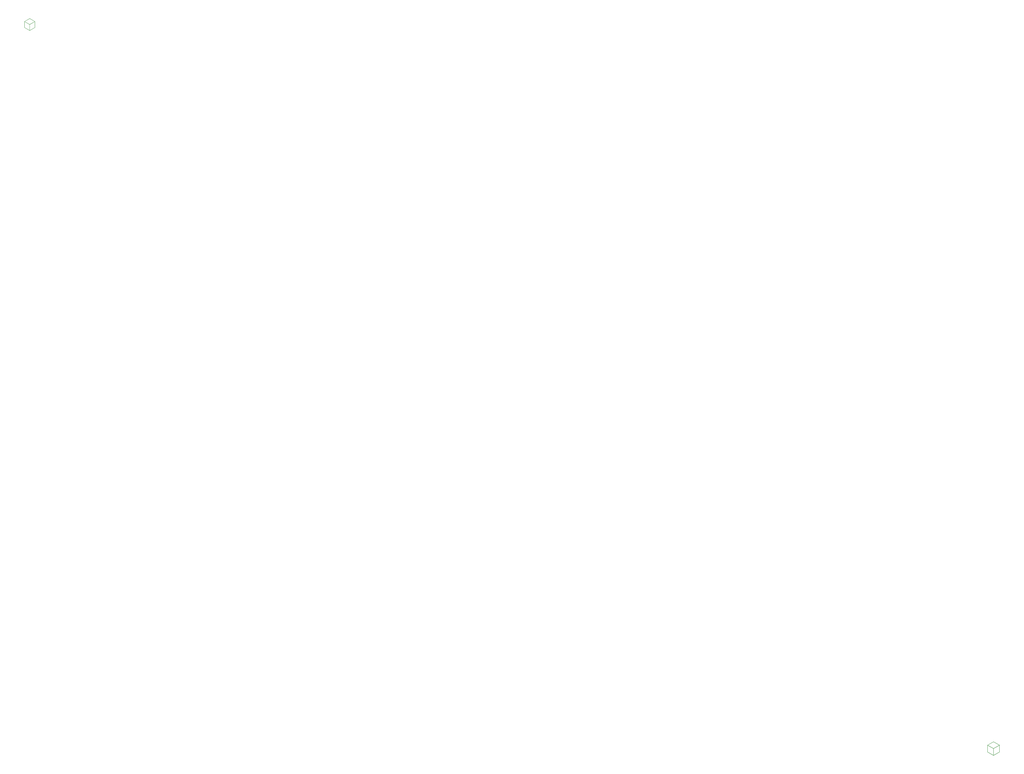
<source format=gbo>
G04 ---------------------------- Layer name :BOTTOM SILK LAYER*
G04 easyEDA 0.1*
G04 Scale: 100 percent, Rotated: No, Reflected: No *
G04 Dimensions in inches *
G04 leading zeros omitted , absolute positions ,2 integer and 4 * 
%FSLAX24Y24*%
%MOIN*%
G90*
G70D02*


%LPD*%

%LPD*%
G36*
G01X7666Y7020D02*
G01X7666Y7020D01*
G01X7666Y7052D01*
G01X9830Y8301D01*
G01X9884Y8301D01*
G01X12026Y7063D01*
G01X12026Y7020D01*
G01X12059Y6998D01*
G01X12059Y4533D01*
G01X12026Y4479D01*
G01X9873Y3230D01*
G01X9852Y3252D01*
G01X9819Y3230D01*
G01X7666Y4479D01*
G01X7634Y4533D01*
G01X7634Y6998D01*
G01X7666Y7020D01*
G37*

%LPC*%
G36*
G01X9905Y3381D02*
G01X9905Y3381D01*
G01X11940Y4565D01*
G01X11940Y6901D01*
G01X9905Y5728D01*
G01X9905Y3381D01*
G37*
G36*
G01X9841Y5835D02*
G01X9841Y5835D01*
G01X11886Y7009D01*
G01X9852Y8182D01*
G01X7806Y7009D01*
G01X9841Y5835D01*
G37*
G36*
G01X7752Y4565D02*
G01X7752Y4565D01*
G01X9787Y3381D01*
G01X9787Y5728D01*
G01X7752Y6901D01*
G01X7752Y4565D01*
G37*

%LPD*%

%LPD*%
G36*
G01X406833Y-293271D02*
G01X406833Y-293271D01*
G01X406833Y-293235D01*
G01X409306Y-291807D01*
G01X409368Y-291807D01*
G01X411816Y-293222D01*
G01X411816Y-293271D01*
G01X411853Y-293296D01*
G01X411853Y-296113D01*
G01X411816Y-296175D01*
G01X409356Y-297602D01*
G01X409331Y-297578D01*
G01X409294Y-297602D01*
G01X406833Y-296175D01*
G01X406797Y-296113D01*
G01X406797Y-293296D01*
G01X406833Y-293271D01*
G37*

%LPC*%
G36*
G01X409393Y-297430D02*
G01X409393Y-297430D01*
G01X411718Y-296077D01*
G01X411718Y-293407D01*
G01X409393Y-294748D01*
G01X409393Y-297430D01*
G37*
G36*
G01X409319Y-294625D02*
G01X409319Y-294625D01*
G01X411656Y-293284D01*
G01X409331Y-291943D01*
G01X406993Y-293284D01*
G01X409319Y-294625D01*
G37*
G36*
G01X406932Y-296077D02*
G01X406932Y-296077D01*
G01X409257Y-297430D01*
G01X409257Y-294748D01*
G01X406932Y-293407D01*
G01X406932Y-296077D01*
G37*

%LPD*%

M00*
M02*
</source>
